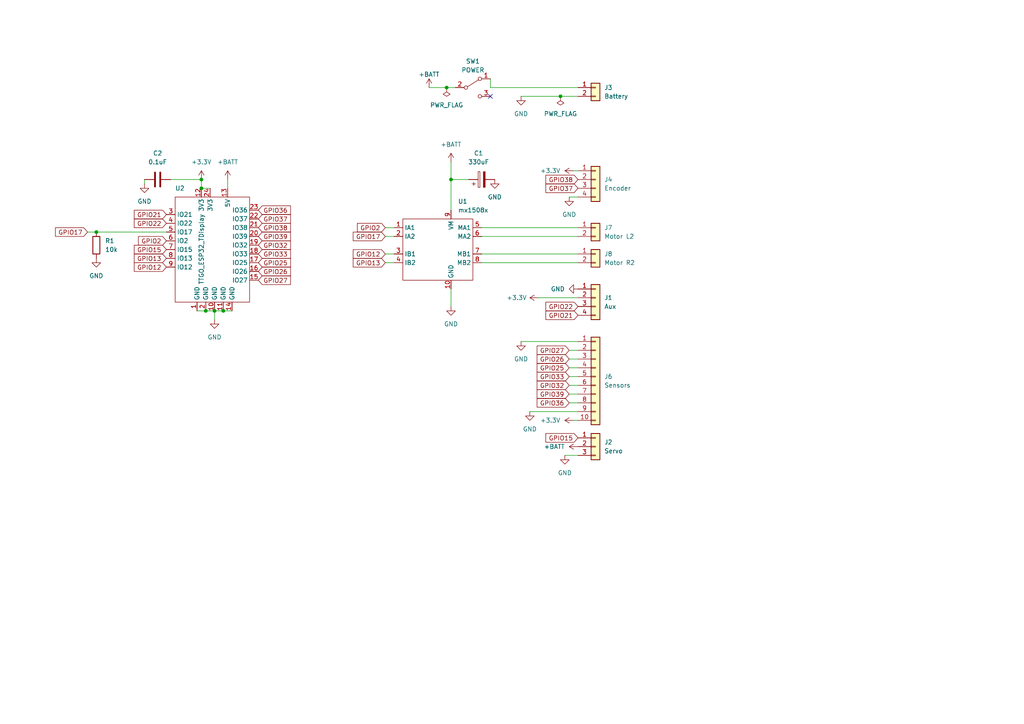
<source format=kicad_sch>
(kicad_sch (version 20211123) (generator eeschema)
  (paper "A4")
  (lib_symbols
    (symbol "Connector_Generic:Conn_01x02" (pin_names (offset 1.016) hide)
      (property "Reference" "J" (at 0 2.54 0))
      (property "Value" "Conn_01x02" (at 0 -5.08 0))
      (symbol "Conn_01x02_1_1"
        (rectangle (start -1.27 -2.413) (end 0 -2.667) (stroke (width 0.1524)))
        (rectangle (start -1.27 0.127) (end 0 -0.127) (stroke (width 0.1524)))
        (rectangle (start -1.27 1.27) (end 1.27 -3.81) (stroke (width 0.254)) (fill (type background)))
        (pin passive line (at -5.08 0 0) (length 3.81) (name "Pin_1") (number "1"))
        (pin passive line (at -5.08 -2.54 0) (length 3.81) (name "Pin_2") (number "2"))
      )
    )
    (symbol "Connector_Generic:Conn_01x03" (pin_names (offset 1.016) hide)
      (property "Reference" "J" (at 0 5.08 0))
      (property "Value" "Conn_01x03" (at 0 -5.08 0))
      (symbol "Conn_01x03_1_1"
        (rectangle (start -1.27 -2.413) (end 0 -2.667) (stroke (width 0.1524)))
        (rectangle (start -1.27 0.127) (end 0 -0.127) (stroke (width 0.1524)))
        (rectangle (start -1.27 2.667) (end 0 2.413) (stroke (width 0.1524)))
        (rectangle (start -1.27 3.81) (end 1.27 -3.81) (stroke (width 0.254)) (fill (type background)))
        (pin passive line (at -5.08 2.54 0) (length 3.81) (name "Pin_1") (number "1"))
        (pin passive line (at -5.08 0 0) (length 3.81) (name "Pin_2") (number "2"))
        (pin passive line (at -5.08 -2.54 0) (length 3.81) (name "Pin_3") (number "3"))
      )
    )
    (symbol "Connector_Generic:Conn_01x04" (pin_names (offset 1.016) hide)
      (property "Reference" "J" (at 0 5.08 0))
      (property "Value" "Conn_01x04" (at 0 -7.62 0))
      (symbol "Conn_01x04_1_1"
        (rectangle (start -1.27 -4.953) (end 0 -5.207) (stroke (width 0.1524)))
        (rectangle (start -1.27 -2.413) (end 0 -2.667) (stroke (width 0.1524)))
        (rectangle (start -1.27 0.127) (end 0 -0.127) (stroke (width 0.1524)))
        (rectangle (start -1.27 2.667) (end 0 2.413) (stroke (width 0.1524)))
        (rectangle (start -1.27 3.81) (end 1.27 -6.35) (stroke (width 0.254)) (fill (type background)))
        (pin passive line (at -5.08 2.54 0) (length 3.81) (name "Pin_1") (number "1"))
        (pin passive line (at -5.08 0 0) (length 3.81) (name "Pin_2") (number "2"))
        (pin passive line (at -5.08 -2.54 0) (length 3.81) (name "Pin_3") (number "3"))
        (pin passive line (at -5.08 -5.08 0) (length 3.81) (name "Pin_4") (number "4"))
      )
    )
    (symbol "Connector_Generic:Conn_01x10" (pin_names (offset 1.016) hide)
      (property "Reference" "J" (at 0 12.7 0))
      (property "Value" "Conn_01x10" (at 0 -15.24 0))
      (symbol "Conn_01x10_1_1"
        (rectangle (start -1.27 -12.573) (end 0 -12.827) (stroke (width 0.1524)))
        (rectangle (start -1.27 -10.033) (end 0 -10.287) (stroke (width 0.1524)))
        (rectangle (start -1.27 -7.493) (end 0 -7.747) (stroke (width 0.1524)))
        (rectangle (start -1.27 -4.953) (end 0 -5.207) (stroke (width 0.1524)))
        (rectangle (start -1.27 -2.413) (end 0 -2.667) (stroke (width 0.1524)))
        (rectangle (start -1.27 0.127) (end 0 -0.127) (stroke (width 0.1524)))
        (rectangle (start -1.27 2.667) (end 0 2.413) (stroke (width 0.1524)))
        (rectangle (start -1.27 5.207) (end 0 4.953) (stroke (width 0.1524)))
        (rectangle (start -1.27 7.747) (end 0 7.493) (stroke (width 0.1524)))
        (rectangle (start -1.27 10.287) (end 0 10.033) (stroke (width 0.1524)))
        (rectangle (start -1.27 11.43) (end 1.27 -13.97) (stroke (width 0.254)) (fill (type background)))
        (pin passive line (at -5.08 10.16 0) (length 3.81) (name "Pin_1") (number "1"))
        (pin passive line (at -5.08 -12.7 0) (length 3.81) (name "Pin_10") (number "10"))
        (pin passive line (at -5.08 7.62 0) (length 3.81) (name "Pin_2") (number "2"))
        (pin passive line (at -5.08 5.08 0) (length 3.81) (name "Pin_3") (number "3"))
        (pin passive line (at -5.08 2.54 0) (length 3.81) (name "Pin_4") (number "4"))
        (pin passive line (at -5.08 0 0) (length 3.81) (name "Pin_5") (number "5"))
        (pin passive line (at -5.08 -2.54 0) (length 3.81) (name "Pin_6") (number "6"))
        (pin passive line (at -5.08 -5.08 0) (length 3.81) (name "Pin_7") (number "7"))
        (pin passive line (at -5.08 -7.62 0) (length 3.81) (name "Pin_8") (number "8"))
        (pin passive line (at -5.08 -10.16 0) (length 3.81) (name "Pin_9") (number "9"))
      )
    )
    (symbol "Device:C" (pin_numbers hide) (pin_names (offset 0.254))
      (property "Reference" "C" (at 0.635 2.54 0))
      (property "Value" "C" (at 0.635 -2.54 0))
      (symbol "C_0_1"
        (polyline (pts (xy -2.032 -0.762) (xy 2.032 -0.762)) (stroke (width 0.508)))
        (polyline (pts (xy -2.032 0.762) (xy 2.032 0.762)) (stroke (width 0.508)))
      )
      (symbol "C_1_1"
        (pin passive line (at 0 3.81 270) (length 2.794) (name "~") (number "1"))
        (pin passive line (at 0 -3.81 90) (length 2.794) (name "~") (number "2"))
      )
    )
    (symbol "Device:C_Polarized" (pin_numbers hide) (pin_names (offset 0.254))
      (property "Reference" "C" (at 0.635 2.54 0))
      (property "Value" "C_Polarized" (at 0.635 -2.54 0))
      (symbol "C_Polarized_0_1"
        (rectangle (start -2.286 0.508) (end 2.286 1.016))
        (polyline (pts (xy -1.778 2.286) (xy -0.762 2.286)))
        (polyline (pts (xy -1.27 2.794) (xy -1.27 1.778)))
        (rectangle (start 2.286 -0.508) (end -2.286 -1.016) (fill (type outline)))
      )
      (symbol "C_Polarized_1_1"
        (pin passive line (at 0 3.81 270) (length 2.794) (name "~") (number "1"))
        (pin passive line (at 0 -3.81 90) (length 2.794) (name "~") (number "2"))
      )
    )
    (symbol "Device:R" (pin_numbers hide) (pin_names (offset 0))
      (property "Reference" "R" (at 2.032 0 90))
      (property "Value" "R" (at 0 0 90))
      (symbol "R_0_1"
        (rectangle (start -1.016 -2.54) (end 1.016 2.54) (stroke (width 0.254)))
      )
      (symbol "R_1_1"
        (pin passive line (at 0 3.81 270) (length 1.27) (name "~") (number "1"))
        (pin passive line (at 0 -3.81 90) (length 1.27) (name "~") (number "2"))
      )
    )
    (symbol "MyMotorDrivers:mx1508x"
      (property "Reference" "U" (at 0 0 0))
      (property "Value" "mx1508x" (at 0 -3.81 0))
      (symbol "mx1508x_0_0"
        (pin input line (at -12.7 3.81 0) (length 2.54) (name "IA1") (number "1"))
        (pin power_in line (at 3.81 -13.97 90) (length 2.54) (name "GND") (number "10"))
        (pin input line (at -12.7 1.27 0) (length 2.54) (name "IA2") (number "2"))
        (pin input line (at -12.7 -3.81 0) (length 2.54) (name "IB1") (number "3"))
        (pin input line (at -12.7 -6.35 0) (length 2.54) (name "IB2") (number "4"))
        (pin output line (at 12.7 3.81 180) (length 2.54) (name "MA1") (number "5"))
        (pin output line (at 12.7 1.27 180) (length 2.54) (name "MA2") (number "6"))
        (pin output line (at 12.7 -3.81 180) (length 2.54) (name "MB1") (number "7"))
        (pin output line (at 12.7 -6.35 180) (length 2.54) (name "MB2") (number "8"))
        (pin power_in line (at 3.81 8.89 270) (length 2.54) (name "VM") (number "9"))
      )
      (symbol "mx1508x_0_1"
        (rectangle (start 10.16 -11.43) (end -10.16 6.35))
      )
    )
    (symbol "Switch:SW_SPDT" (pin_names (offset 0) hide)
      (property "Reference" "SW" (at 0 4.318 0))
      (property "Value" "SW_SPDT" (at 0 -5.08 0))
      (symbol "SW_SPDT_0_0"
        (circle (center -2.032 0) (radius 0.508))
        (circle (center 2.032 -2.54) (radius 0.508))
      )
      (symbol "SW_SPDT_0_1"
        (polyline (pts (xy -1.524 0.254) (xy 1.651 2.286)))
        (circle (center 2.032 2.54) (radius 0.508))
      )
      (symbol "SW_SPDT_1_1"
        (pin passive line (at 5.08 2.54 180) (length 2.54) (name "A") (number "1"))
        (pin passive line (at -5.08 0 0) (length 2.54) (name "B") (number "2"))
        (pin passive line (at 5.08 -2.54 180) (length 2.54) (name "C") (number "3"))
      )
    )
    (symbol "power:+3.3V" (power) (pin_names (offset 0))
      (property "Value" "+3.3V" (at 0 3.556 0))
      (symbol "+3.3V_0_1"
        (polyline (pts (xy -0.762 1.27) (xy 0 2.54)))
        (polyline (pts (xy 0 0) (xy 0 2.54)))
        (polyline (pts (xy 0 2.54) (xy 0.762 1.27)))
      )
      (symbol "+3.3V_1_1"
        (pin power_in line (at 0 0 90) (length 0) hide (name "+3.3V") (number "1"))
      )
    )
    (symbol "power:+BATT" (power) (pin_names (offset 0))
      (property "Value" "+BATT" (at 0 3.556 0))
      (symbol "+BATT_0_1"
        (polyline (pts (xy -0.762 1.27) (xy 0 2.54)))
        (polyline (pts (xy 0 0) (xy 0 2.54)))
        (polyline (pts (xy 0 2.54) (xy 0.762 1.27)))
      )
      (symbol "+BATT_1_1"
        (pin power_in line (at 0 0 90) (length 0) hide (name "+BATT") (number "1"))
      )
    )
    (symbol "power:GND" (power) (pin_names (offset 0))
      (property "Value" "GND" (at 0 -3.81 0))
      (symbol "GND_0_1"
        (polyline (pts (xy 0 0) (xy 0 -1.27) (xy 1.27 -1.27) (xy 0 -2.54) (xy -1.27 -1.27) (xy 0 -1.27)))
      )
      (symbol "GND_1_1"
        (pin power_in line (at 0 0 270) (length 0) hide (name "GND") (number "1"))
      )
    )
    (symbol "power:PWR_FLAG" (power) (pin_numbers hide) (pin_names (offset 0) hide)
      (property "Value" "PWR_FLAG" (at 0 3.81 0))
      (symbol "PWR_FLAG_0_0"
        (pin power_out line (at 0 0 90) (length 0) (name "pwr") (number "1"))
      )
      (symbol "PWR_FLAG_0_1"
        (polyline (pts (xy 0 0) (xy 0 1.27) (xy -1.016 1.905) (xy 0 2.54) (xy 1.016 1.905) (xy 0 1.27)))
      )
    )
    (symbol "ttgo-tdisplay-kicad:TTGO_ESP32_TDisplay"
      (property "Reference" "U" (at 1.27 5.08 0))
      (property "Value" "TTGO_ESP32_TDisplay" (at -2.54 3.81 90))
      (symbol "TTGO_ESP32_TDisplay_0_0"
        (pin power_in line (at -5.08 -13.97 90) (length 2.54) (name "GND") (number "1"))
        (pin power_in line (at 0 -13.97 90) (length 2.54) (name "GND") (number "10"))
        (pin power_in line (at 2.54 -13.97 90) (length 2.54) (name "GND") (number "11"))
        (pin power_out line (at -3.81 21.59 270) (length 2.54) (name "3V3") (number "12"))
        (pin power_in line (at 3.81 21.59 270) (length 2.54) (name "5V") (number "13"))
        (pin power_in line (at 5.08 -13.97 90) (length 2.54) (name "GND") (number "14"))
        (pin bidirectional line (at 12.7 -5.08 180) (length 2.54) (name "IO27") (number "15"))
        (pin bidirectional line (at 12.7 -2.54 180) (length 2.54) (name "IO26") (number "16"))
        (pin bidirectional line (at 12.7 0 180) (length 2.54) (name "IO25") (number "17"))
        (pin bidirectional line (at 12.7 2.54 180) (length 2.54) (name "IO33") (number "18"))
        (pin bidirectional line (at 12.7 5.08 180) (length 2.54) (name "IO32") (number "19"))
        (pin power_in line (at -2.54 -13.97 90) (length 2.54) (name "GND") (number "2"))
        (pin input line (at 12.7 7.62 180) (length 2.54) (name "IO39") (number "20"))
        (pin input line (at 12.7 10.16 180) (length 2.54) (name "IO38") (number "21"))
        (pin input line (at 12.7 12.7 180) (length 2.54) (name "IO37") (number "22"))
        (pin input line (at 12.7 15.24 180) (length 2.54) (name "IO36") (number "23"))
        (pin passive line (at -1.27 21.59 270) (length 2.54) (name "3V3") (number "24"))
        (pin bidirectional line (at -13.97 13.97 0) (length 2.54) (name "IO21") (number "3"))
        (pin bidirectional line (at -13.97 11.43 0) (length 2.54) (name "IO22") (number "4"))
        (pin bidirectional line (at -13.97 8.89 0) (length 2.54) (name "IO17") (number "5"))
        (pin bidirectional line (at -13.97 6.35 0) (length 2.54) (name "IO2") (number "6"))
        (pin bidirectional line (at -13.97 3.81 0) (length 2.54) (name "IO15") (number "7"))
        (pin bidirectional line (at -13.97 1.27 0) (length 2.54) (name "IO13") (number "8"))
        (pin bidirectional line (at -13.97 -1.27 0) (length 2.54) (name "IO12") (number "9"))
      )
      (symbol "TTGO_ESP32_TDisplay_0_1"
        (rectangle (start -11.43 19.05) (end 10.16 -11.43))
      )
    )
  )
  (junction (at 130.81 52.07))
  (junction (at 27.94 67.31))
  (junction (at 58.42 52.07))
  (junction (at 162.56 27.94))
  (junction (at 62.23 90.17))
  (junction (at 129.54 25.4))
  (junction (at 59.69 90.17))
  (junction (at 64.77 90.17))
  (junction (at 58.42 54.61))
  (no_connect (at 142.24 27.94))
  (wire (pts (xy 129.54 25.4) (xy 124.46 25.4)))
  (wire (pts (xy 59.69 90.17) (xy 62.23 90.17)))
  (wire (pts (xy 162.56 27.94) (xy 151.13 27.94)))
  (wire (pts (xy 62.23 90.17) (xy 62.23 92.71)))
  (wire (pts (xy 165.1 101.6) (xy 167.64 101.6)))
  (wire (pts (xy 64.77 90.17) (xy 67.31 90.17)))
  (wire (pts (xy 139.7 66.04) (xy 167.64 66.04)))
  (wire (pts (xy 62.23 90.17) (xy 64.77 90.17)))
  (wire (pts (xy 153.67 119.38) (xy 167.64 119.38)))
  (wire (pts (xy 165.1 104.14) (xy 167.64 104.14)))
  (wire (pts (xy 142.24 25.4) (xy 142.24 22.86)))
  (wire (pts (xy 57.15 90.17) (xy 59.69 90.17)))
  (wire (pts (xy 165.1 116.84) (xy 167.64 116.84)))
  (wire (pts (xy 130.81 46.99) (xy 130.81 52.07)))
  (wire (pts (xy 130.81 52.07) (xy 130.81 60.96)))
  (wire (pts (xy 165.1 109.22) (xy 167.64 109.22)))
  (wire (pts (xy 165.1 57.15) (xy 167.64 57.15)))
  (wire (pts (xy 165.1 111.76) (xy 167.64 111.76)))
  (wire (pts (xy 165.1 106.68) (xy 167.64 106.68)))
  (wire (pts (xy 167.64 25.4) (xy 142.24 25.4)))
  (wire (pts (xy 139.7 68.58) (xy 167.64 68.58)))
  (wire (pts (xy 132.08 25.4) (xy 129.54 25.4)))
  (wire (pts (xy 156.21 86.36) (xy 167.64 86.36)))
  (wire (pts (xy 58.42 52.07) (xy 58.42 54.61)))
  (wire (pts (xy 111.76 66.04) (xy 114.3 66.04)))
  (wire (pts (xy 135.89 52.07) (xy 130.81 52.07)))
  (wire (pts (xy 25.4 67.31) (xy 27.94 67.31)))
  (wire (pts (xy 111.76 76.2) (xy 114.3 76.2)))
  (wire (pts (xy 166.37 49.53) (xy 167.64 49.53)))
  (wire (pts (xy 111.76 68.58) (xy 114.3 68.58)))
  (wire (pts (xy 58.42 54.61) (xy 60.96 54.61)))
  (wire (pts (xy 111.76 73.66) (xy 114.3 73.66)))
  (wire (pts (xy 166.37 121.92) (xy 167.64 121.92)))
  (wire (pts (xy 41.91 52.07) (xy 41.91 53.34)))
  (wire (pts (xy 49.53 52.07) (xy 58.42 52.07)))
  (wire (pts (xy 66.04 52.07) (xy 66.04 54.61)))
  (wire (pts (xy 151.13 99.06) (xy 167.64 99.06)))
  (wire (pts (xy 165.1 114.3) (xy 167.64 114.3)))
  (wire (pts (xy 139.7 73.66) (xy 167.64 73.66)))
  (wire (pts (xy 167.64 27.94) (xy 162.56 27.94)))
  (wire (pts (xy 167.64 132.08) (xy 163.83 132.08)))
  (wire (pts (xy 130.81 88.9) (xy 130.81 83.82)))
  (wire (pts (xy 27.94 67.31) (xy 48.26 67.31)))
  (wire (pts (xy 139.7 76.2) (xy 167.64 76.2)))
  (global_label "GPIO17" (shape input) (at 25.4 67.31 180) (property "Intersheet References" "${INTERSHEET_REFS}" (effects hide)))
  (global_label "GPIO33" (shape input) (at 165.1 109.22 180) (property "Intersheet References" "${INTERSHEET_REFS}" (effects hide)))
  (global_label "GPIO37" (shape input) (at 167.64 54.61 180) (property "Intersheet References" "${INTERSHEET_REFS}" (effects hide)))
  (global_label "GPIO38" (shape input) (at 167.64 52.07 180) (property "Intersheet References" "${INTERSHEET_REFS}" (effects hide)))
  (global_label "GPIO25" (shape input) (at 74.93 76.2 0) (property "Intersheet References" "${INTERSHEET_REFS}" (effects hide)))
  (global_label "GPIO32" (shape input) (at 74.93 71.12 0) (property "Intersheet References" "${INTERSHEET_REFS}" (effects hide)))
  (global_label "GPIO21" (shape input) (at 167.64 91.44 180) (property "Intersheet References" "${INTERSHEET_REFS}" (effects hide)))
  (global_label "GPIO33" (shape input) (at 74.93 73.66 0) (property "Intersheet References" "${INTERSHEET_REFS}" (effects hide)))
  (global_label "GPIO2" (shape input) (at 111.76 66.04 180) (property "Intersheet References" "${INTERSHEET_REFS}" (effects hide)))
  (global_label "GPIO32" (shape input) (at 165.1 111.76 180) (property "Intersheet References" "${INTERSHEET_REFS}" (effects hide)))
  (global_label "GPIO37" (shape input) (at 74.93 63.5 0) (property "Intersheet References" "${INTERSHEET_REFS}" (effects hide)))
  (global_label "GPIO26" (shape input) (at 165.1 104.14 180) (property "Intersheet References" "${INTERSHEET_REFS}" (effects hide)))
  (global_label "GPIO39" (shape input) (at 165.1 114.3 180) (property "Intersheet References" "${INTERSHEET_REFS}" (effects hide)))
  (global_label "GPIO15" (shape input) (at 167.64 127 180) (property "Intersheet References" "${INTERSHEET_REFS}" (effects hide)))
  (global_label "GPIO27" (shape input) (at 74.93 81.28 0) (property "Intersheet References" "${INTERSHEET_REFS}" (effects hide)))
  (global_label "GPIO15" (shape input) (at 48.26 72.39 180) (property "Intersheet References" "${INTERSHEET_REFS}" (effects hide)))
  (global_label "GPIO39" (shape input) (at 74.93 68.58 0) (property "Intersheet References" "${INTERSHEET_REFS}" (effects hide)))
  (global_label "GPIO36" (shape input) (at 165.1 116.84 180) (property "Intersheet References" "${INTERSHEET_REFS}" (effects hide)))
  (global_label "GPIO17" (shape input) (at 111.76 68.58 180) (property "Intersheet References" "${INTERSHEET_REFS}" (effects hide)))
  (global_label "GPIO27" (shape input) (at 165.1 101.6 180) (property "Intersheet References" "${INTERSHEET_REFS}" (effects hide)))
  (global_label "GPIO2" (shape input) (at 48.26 69.85 180) (property "Intersheet References" "${INTERSHEET_REFS}" (effects hide)))
  (global_label "GPIO12" (shape input) (at 111.76 73.66 180) (property "Intersheet References" "${INTERSHEET_REFS}" (effects hide)))
  (global_label "GPIO22" (shape input) (at 167.64 88.9 180) (property "Intersheet References" "${INTERSHEET_REFS}" (effects hide)))
  (global_label "GPIO38" (shape input) (at 74.93 66.04 0) (property "Intersheet References" "${INTERSHEET_REFS}" (effects hide)))
  (global_label "GPIO12" (shape input) (at 48.26 77.47 180) (property "Intersheet References" "${INTERSHEET_REFS}" (effects hide)))
  (global_label "GPIO22" (shape input) (at 48.26 64.77 180) (property "Intersheet References" "${INTERSHEET_REFS}" (effects hide)))
  (global_label "GPIO21" (shape input) (at 48.26 62.23 180) (property "Intersheet References" "${INTERSHEET_REFS}" (effects hide)))
  (global_label "GPIO25" (shape input) (at 165.1 106.68 180) (property "Intersheet References" "${INTERSHEET_REFS}" (effects hide)))
  (global_label "GPIO13" (shape input) (at 48.26 74.93 180) (property "Intersheet References" "${INTERSHEET_REFS}" (effects hide)))
  (global_label "GPIO13" (shape input) (at 111.76 76.2 180) (property "Intersheet References" "${INTERSHEET_REFS}" (effects hide)))
  (global_label "GPIO26" (shape input) (at 74.93 78.74 0) (property "Intersheet References" "${INTERSHEET_REFS}" (effects hide)))
  (global_label "GPIO36" (shape input) (at 74.93 60.96 0) (property "Intersheet References" "${INTERSHEET_REFS}" (effects hide)))
  (symbol (lib_id "power:+BATT") (at 130.81 46.99 0) (unit 1)
    (property "Reference" "#PWR0113" (effects hide))
    (property "Value" "+BATT" (at 130.81 41.91 0))
  )
  (symbol (lib_id "power:+3.3V") (at 166.37 49.53 90) (unit 1)
    (property "Reference" "#PWR0115" (effects hide))
    (property "Value" "+3.3V" (at 162.56 49.5299 90) (effects (justify left)))
  )
  (symbol (lib_id "power:+3.3V") (at 156.21 86.36 90) (unit 1)
    (property "Reference" "#PWR0111" (effects hide))
    (property "Value" "+3.3V" (at 149.86 86.36 90))
  )
  (symbol (lib_id "power:GND") (at 151.13 99.06 0) (unit 1)
    (property "Reference" "#PWR0108" (effects hide))
    (property "Value" "GND" (at 151.13 104.14 0))
  )
  (symbol (lib_id "Switch:SW_SPDT") (at 137.16 25.4 0) (unit 1)
    (property "Reference" "SW1" (at 137.16 17.78 0))
    (property "Value" "POWER" (at 137.16 20.32 0))
    (property "Footprint" "MyPassives:SW_Slide_1P1T_Power-Neil" (effects hide))
  )
  (symbol (lib_id "Connector_Generic:Conn_01x10") (at 172.72 109.22 0) (unit 1)
    (property "Reference" "J6" (at 175.26 109.2199 0) (effects (justify left)))
    (property "Value" "Sensors" (at 175.26 111.7599 0) (effects (justify left)))
    (property "Footprint" "Connector_JST:JST_PH_S10B-PH-K_1x10_P2.00mm_Horizontal" (effects hide))
  )
  (symbol (lib_id "power:GND") (at 163.83 132.08 0) (unit 1)
    (property "Reference" "#PWR0106" (effects hide))
    (property "Value" "GND" (at 163.83 137.16 0))
  )
  (symbol (lib_id "Device:C_Polarized") (at 139.7 52.07 90) (unit 1)
    (property "Reference" "C1" (at 138.811 44.45 90))
    (property "Value" "330uF" (at 138.811 46.99 90))
    (property "Footprint" "Capacitor_THT:CP_Radial_D6.3mm_P2.50mm" (effects hide))
  )
  (symbol (lib_id "power:GND") (at 41.91 53.34 0) (unit 1)
    (property "Reference" "#PWR01" (effects hide))
    (property "Value" "GND" (at 41.91 58.42 0))
  )
  (symbol (lib_id "power:PWR_FLAG") (at 129.54 25.4 180) (unit 1)
    (property "Reference" "#FLG0101" (effects hide))
    (property "Value" "PWR_FLAG" (at 129.54 30.48 0))
  )
  (symbol (lib_id "power:GND") (at 167.64 83.82 270) (unit 1)
    (property "Reference" "#PWR0110" (effects hide))
    (property "Value" "GND" (at 163.83 83.8199 90) (effects (justify right)))
  )
  (symbol (lib_id "power:+BATT") (at 167.64 129.54 90) (unit 1)
    (property "Reference" "#PWR0107" (effects hide))
    (property "Value" "+BATT" (at 163.83 129.5399 90) (effects (justify left)))
  )
  (symbol (lib_id "Connector_Generic:Conn_01x04") (at 172.72 86.36 0) (unit 1)
    (property "Reference" "J1" (at 175.26 86.3599 0) (effects (justify left)))
    (property "Value" "Aux" (at 175.26 88.8999 0) (effects (justify left)))
    (property "Footprint" "Connector_PinHeader_2.54mm:PinHeader_1x04_P2.54mm_Vertical" (effects hide))
  )
  (symbol (lib_id "power:GND") (at 130.81 88.9 0) (unit 1)
    (property "Reference" "#PWR0105" (effects hide))
    (property "Value" "GND" (at 130.81 93.98 0))
  )
  (symbol (lib_id "power:+3.3V") (at 166.37 121.92 90) (unit 1)
    (property "Reference" "#PWR0118" (effects hide))
    (property "Value" "+3.3V" (at 162.56 121.9199 90) (effects (justify left)))
  )
  (symbol (lib_id "power:GND") (at 151.13 27.94 0) (unit 1)
    (property "Reference" "#PWR0117" (effects hide))
    (property "Value" "GND" (at 151.13 33.02 0))
  )
  (symbol (lib_id "MyMotorDrivers:mx1508x") (at 127 69.85 0) (unit 1)
    (property "Reference" "U1" (at 132.8294 58.42 0) (effects (justify left)))
    (property "Value" "mx1508x" (at 132.8294 60.96 0) (effects (justify left)))
    (property "Footprint" "MyMotorDrivers:mx1508x" (effects hide))
  )
  (symbol (lib_id "Device:R") (at 27.94 71.12 0) (unit 1)
    (property "Reference" "R1" (at 30.48 69.8499 0) (effects (justify left)))
    (property "Value" "10k" (at 30.48 72.3899 0) (effects (justify left)))
    (property "Footprint" "Resistor_THT:R_Axial_DIN0207_L6.3mm_D2.5mm_P7.62mm_Horizontal" (effects hide))
  )
  (symbol (lib_id "power:GND") (at 143.51 52.07 0) (unit 1)
    (property "Reference" "#PWR0121" (effects hide))
    (property "Value" "GND" (at 143.51 57.15 0))
  )
  (symbol (lib_id "Connector_Generic:Conn_01x02") (at 172.72 73.66 0) (unit 1)
    (property "Reference" "J8" (at 175.26 73.6599 0) (effects (justify left)))
    (property "Value" "Motor R2" (at 175.26 76.1999 0) (effects (justify left)))
    (property "Footprint" "Connector_PinHeader_1.27mm:PinHeader_1x02_P1.27mm_Vertical" (effects hide))
  )
  (symbol (lib_id "Device:C") (at 45.72 52.07 90) (unit 1)
    (property "Reference" "C2" (at 45.72 44.45 90))
    (property "Value" "0.1uF" (at 45.72 46.99 90))
    (property "Footprint" "Capacitor_THT:C_Axial_L3.8mm_D2.6mm_P7.50mm_Horizontal" (effects hide))
  )
  (symbol (lib_id "power:GND") (at 165.1 57.15 0) (unit 1)
    (property "Reference" "#PWR0116" (effects hide))
    (property "Value" "GND" (at 165.1 62.23 0))
  )
  (symbol (lib_id "power:GND") (at 27.94 74.93 0) (unit 1)
    (property "Reference" "#PWR0104" (effects hide))
    (property "Value" "GND" (at 27.94 80.01 0))
  )
  (symbol (lib_id "Connector_Generic:Conn_01x03") (at 172.72 129.54 0) (unit 1)
    (property "Reference" "J2" (at 175.26 128.2699 0) (effects (justify left)))
    (property "Value" "Servo" (at 175.26 130.8099 0) (effects (justify left)))
    (property "Footprint" "Connector_PinHeader_2.54mm:PinHeader_1x03_P2.54mm_Vertical" (effects hide))
  )
  (symbol (lib_id "Connector_Generic:Conn_01x02") (at 172.72 66.04 0) (unit 1)
    (property "Reference" "J7" (at 175.26 66.0399 0) (effects (justify left)))
    (property "Value" "Motor L2" (at 175.26 68.5799 0) (effects (justify left)))
    (property "Footprint" "Connector_PinHeader_1.27mm:PinHeader_1x02_P1.27mm_Vertical" (effects hide))
  )
  (symbol (lib_id "power:+3.3V") (at 58.42 52.07 0) (unit 1)
    (property "Reference" "#PWR0102" (effects hide))
    (property "Value" "+3.3V" (at 58.42 46.99 0))
  )
  (symbol (lib_id "power:GND") (at 153.67 119.38 0) (unit 1)
    (property "Reference" "#PWR0119" (effects hide))
    (property "Value" "GND" (at 153.67 124.46 0))
  )
  (symbol (lib_id "power:PWR_FLAG") (at 162.56 27.94 180) (unit 1)
    (property "Reference" "#FLG0102" (effects hide))
    (property "Value" "PWR_FLAG" (at 162.56 33.02 0))
  )
  (symbol (lib_id "ttgo-tdisplay-kicad:TTGO_ESP32_TDisplay") (at 62.23 76.2 0) (unit 1)
    (property "Reference" "U2" (at 50.8 54.61 0) (effects (justify left)))
    (property "Value" "TTGO_ESP32_TDisplay" (at 58.42 82.55 90) (effects (justify left)))
    (property "Footprint" "ttgo-tdisplay-kicad:TTGO_ESP32_TDisplay_New" (effects hide))
  )
  (symbol (lib_id "power:+BATT") (at 124.46 25.4 0) (unit 1)
    (property "Reference" "#PWR0114" (effects hide))
    (property "Value" "+BATT" (at 124.46 21.59 0))
  )
  (symbol (lib_id "Connector_Generic:Conn_01x02") (at 172.72 25.4 0) (unit 1)
    (property "Reference" "J3" (at 175.26 25.3999 0) (effects (justify left)))
    (property "Value" "Battery" (at 175.26 27.9399 0) (effects (justify left)))
    (property "Footprint" "Connector_Molex:Molex_KK-254_AE-6410-02A_1x02_P2.54mm_Vertical" (effects hide))
  )
  (symbol (lib_id "power:GND") (at 62.23 92.71 0) (unit 1)
    (property "Reference" "#PWR0101" (effects hide))
    (property "Value" "GND" (at 62.23 97.79 0))
  )
  (symbol (lib_id "power:+BATT") (at 66.04 52.07 0) (unit 1)
    (property "Reference" "#PWR0103" (effects hide))
    (property "Value" "+BATT" (at 66.04 46.99 0))
  )
  (symbol (lib_id "Connector_Generic:Conn_01x04") (at 172.72 52.07 0) (unit 1)
    (property "Reference" "J4" (at 175.26 52.0699 0) (effects (justify left)))
    (property "Value" "Encoder" (at 175.26 54.6099 0) (effects (justify left)))
    (property "Footprint" "Connector_JST:JST_PH_S4B-PH-K_1x04_P2.00mm_Horizontal" (effects hide))
  )
)
</source>
